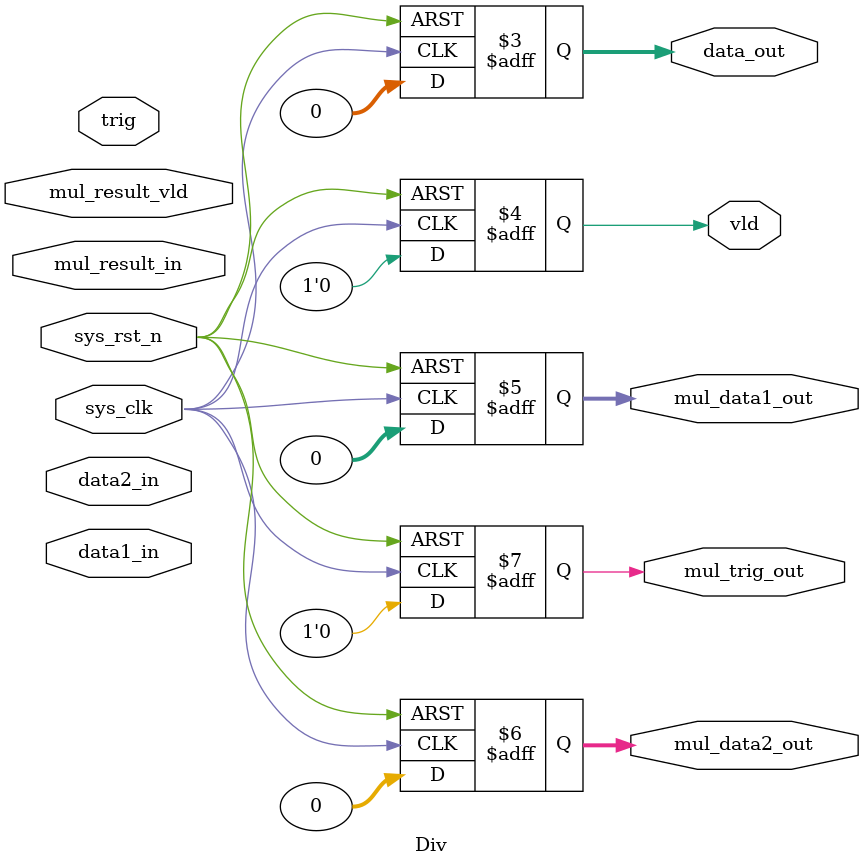
<source format=v>
module Div( 
    // system signal                            
    input                   sys_clk             ,           
    input                   sys_rst_n           ,           
    // dataflow                                 
    input           [31:0]  data1_in            ,           
    input           [31:0]  data2_in            ,           
    output  reg     [31:0]  data_out            ,           
    // control                                  
    input                   trig                ,               
    output  reg             vld                 ,               
    // MultiUnit control                        
    input           [31:0]  mul_result_in       ,
    output  reg     [31:0]  mul_data1_out       ,
    output  reg     [31:0]  mul_data2_out       ,
    // MultiUnit control
    input                   mul_result_vld      ,
    output  reg             mul_trig_out
);

always@(posedge sys_clk or negedge sys_rst_n) begin
    if(~sys_rst_n) begin
        data_out <= 0;
        vld <= 0;
        mul_data1_out <= 0;
        mul_data2_out <= 0;
        mul_trig_out <= 0;
    end
    else begin
        data_out <= 0;
        vld <= 0;
        mul_data1_out <= 0;
        mul_data2_out <= 0;
        mul_trig_out <= 0;
    end
end

endmodule

</source>
